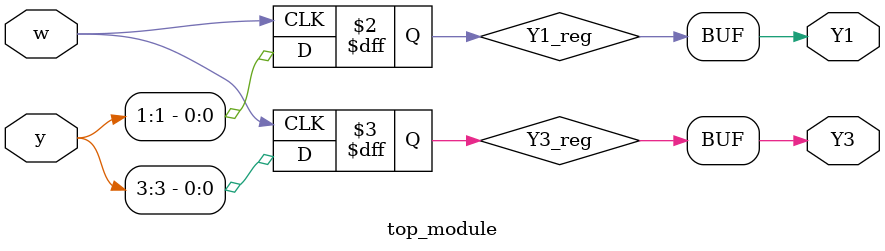
<source format=sv>
module top_module (
    input [5:0] y,
    input w,
    output Y1,
    output Y3
);

reg Y1_reg, Y3_reg;

always @(posedge w)
    begin
        Y1_reg <= y[1];
        Y3_reg <= y[3];
    end

assign Y1 = Y1_reg;
assign Y3 = Y3_reg;

endmodule

</source>
